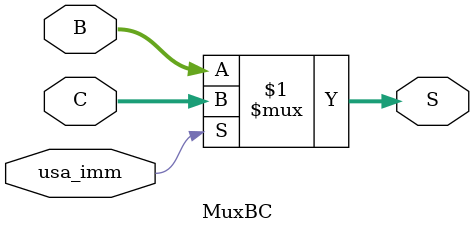
<source format=v>
module MuxBC #(parameter BITS = 64) (B, C, usa_imm, S);

    input usa_imm;
    input [BITS-1:0] B, C;
    output [BITS-1:0] S;

    assign S = usa_imm ? C : B;

endmodule
</source>
